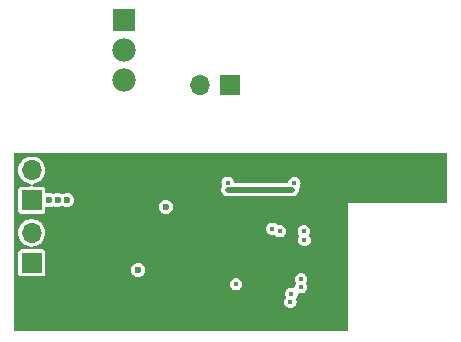
<source format=gbr>
%TF.GenerationSoftware,KiCad,Pcbnew,8.0.6-8.0.6-0~ubuntu24.04.1*%
%TF.CreationDate,2024-10-27T12:08:22+01:00*%
%TF.ProjectId,LoRa,4c6f5261-2e6b-4696-9361-645f70636258,rev?*%
%TF.SameCoordinates,Original*%
%TF.FileFunction,Copper,L3,Inr*%
%TF.FilePolarity,Positive*%
%FSLAX46Y46*%
G04 Gerber Fmt 4.6, Leading zero omitted, Abs format (unit mm)*
G04 Created by KiCad (PCBNEW 8.0.6-8.0.6-0~ubuntu24.04.1) date 2024-10-27 12:08:22*
%MOMM*%
%LPD*%
G01*
G04 APERTURE LIST*
%TA.AperFunction,ComponentPad*%
%ADD10R,1.700000X1.700000*%
%TD*%
%TA.AperFunction,ComponentPad*%
%ADD11O,1.700000X1.700000*%
%TD*%
%TA.AperFunction,ComponentPad*%
%ADD12R,1.980000X1.980000*%
%TD*%
%TA.AperFunction,ComponentPad*%
%ADD13C,1.980000*%
%TD*%
%TA.AperFunction,ViaPad*%
%ADD14C,0.600000*%
%TD*%
%TA.AperFunction,ViaPad*%
%ADD15C,0.450000*%
%TD*%
%TA.AperFunction,Conductor*%
%ADD16C,0.500000*%
%TD*%
G04 APERTURE END LIST*
D10*
%TO.N,+5V*%
%TO.C,J1*%
X98700000Y-73775000D03*
D11*
%TO.N,GND*%
X98700000Y-71235000D03*
%TD*%
D10*
%TO.N,I2C_SDA*%
%TO.C,J3*%
X115500000Y-64000000D03*
D11*
%TO.N,I2C_SDL*%
X112960000Y-64000000D03*
%TD*%
D10*
%TO.N,UART0_TX*%
%TO.C,J2*%
X98700000Y-79075000D03*
D11*
%TO.N,UART0_RX*%
X98700000Y-76535000D03*
%TD*%
D12*
%TO.N,Net-(IC5-ADJ{slash}GND)*%
%TO.C,IC5*%
X106500000Y-58500000D03*
D13*
%TO.N,+3.3V*%
X106500000Y-61050000D03*
%TO.N,+5V*%
X106500000Y-63600000D03*
%TD*%
D14*
%TO.N,+3.3V*%
X113000000Y-70900000D03*
X133100000Y-72100000D03*
D15*
X106259670Y-83895738D03*
D14*
X133100000Y-70600000D03*
X111850000Y-72300000D03*
D15*
X106675000Y-84500000D03*
X102400000Y-77700000D03*
X103667500Y-82932500D03*
D14*
X111850000Y-72300000D03*
X133100000Y-71299997D03*
D15*
X103600000Y-81500000D03*
X102400000Y-76600000D03*
D14*
X113000000Y-70200000D03*
D15*
X103600000Y-82200000D03*
X103100000Y-77162500D03*
X106100000Y-84500000D03*
X102700000Y-77162500D03*
D14*
X133100000Y-72900000D03*
X111812500Y-70650000D03*
D15*
X103600000Y-76950000D03*
D14*
X112000000Y-79400000D03*
D15*
X102900000Y-76600000D03*
D14*
%TO.N,+5V*%
X101700000Y-73775000D03*
X100200000Y-73775000D03*
X100900000Y-73775000D03*
%TO.N,GND*%
X107712500Y-79700000D03*
D15*
%TO.N,Net-(IC1-DCC_FB)*%
X119700000Y-76400000D03*
X116000000Y-80900000D03*
%TO.N,+2V85*%
X115300000Y-72300000D03*
X115300000Y-72900000D03*
X120750002Y-72906694D03*
X120950000Y-72362500D03*
%TO.N,CRX*%
X121800000Y-77150000D03*
%TO.N,CTX*%
X121750000Y-76400000D03*
D14*
X110050000Y-74350000D03*
D15*
%TO.N,SX_MOSI*%
X120700000Y-81700000D03*
%TO.N,SX_MISO*%
X120600000Y-82400000D03*
%TO.N,SX_CS*%
X121500000Y-80450000D03*
%TO.N,SX_SCK*%
X121500000Y-81150000D03*
%TO.N,SX_NRES*%
X119081062Y-76201458D03*
%TD*%
D16*
%TO.N,+2V85*%
X120750002Y-72906694D02*
X120743308Y-72900000D01*
X120743308Y-72900000D02*
X115300000Y-72900000D01*
%TD*%
%TA.AperFunction,Conductor*%
%TO.N,+3.3V*%
G36*
X133843039Y-69770185D02*
G01*
X133888794Y-69822989D01*
X133900000Y-69874500D01*
X133900000Y-73876000D01*
X133880315Y-73943039D01*
X133827511Y-73988794D01*
X133776000Y-74000000D01*
X125500000Y-74000000D01*
X125500000Y-84725500D01*
X125480315Y-84792539D01*
X125427511Y-84838294D01*
X125376000Y-84849500D01*
X97324500Y-84849500D01*
X97257461Y-84829815D01*
X97211706Y-84777011D01*
X97200500Y-84725500D01*
X97200500Y-82399999D01*
X120069965Y-82399999D01*
X120069965Y-82400000D01*
X120088026Y-82537181D01*
X120088027Y-82537186D01*
X120140974Y-82665015D01*
X120140975Y-82665017D01*
X120140976Y-82665018D01*
X120225209Y-82774791D01*
X120334982Y-82859024D01*
X120462817Y-82911974D01*
X120585702Y-82928152D01*
X120599999Y-82930035D01*
X120600000Y-82930035D01*
X120600001Y-82930035D01*
X120612947Y-82928330D01*
X120737183Y-82911974D01*
X120865018Y-82859024D01*
X120974791Y-82774791D01*
X121059024Y-82665018D01*
X121111974Y-82537183D01*
X121130035Y-82400000D01*
X121111974Y-82262817D01*
X121075756Y-82175378D01*
X121068287Y-82105909D01*
X121091940Y-82052442D01*
X121159024Y-81965018D01*
X121211974Y-81837183D01*
X121221033Y-81768374D01*
X121249298Y-81704481D01*
X121307622Y-81666009D01*
X121360157Y-81661623D01*
X121362814Y-81661972D01*
X121362817Y-81661974D01*
X121500000Y-81680035D01*
X121500001Y-81680035D01*
X121512947Y-81678330D01*
X121637183Y-81661974D01*
X121765018Y-81609024D01*
X121874791Y-81524791D01*
X121959024Y-81415018D01*
X122011974Y-81287183D01*
X122030035Y-81150000D01*
X122011974Y-81012817D01*
X121992412Y-80965591D01*
X121959025Y-80884984D01*
X121959024Y-80884983D01*
X121951736Y-80875485D01*
X121926543Y-80810316D01*
X121940582Y-80741871D01*
X121951741Y-80724509D01*
X121959024Y-80715018D01*
X122011974Y-80587183D01*
X122030035Y-80450000D01*
X122011974Y-80312817D01*
X121959024Y-80184983D01*
X121874791Y-80075209D01*
X121874789Y-80075208D01*
X121874789Y-80075207D01*
X121808220Y-80024127D01*
X121765018Y-79990976D01*
X121765017Y-79990975D01*
X121765015Y-79990974D01*
X121637186Y-79938027D01*
X121637184Y-79938026D01*
X121637183Y-79938026D01*
X121545727Y-79925985D01*
X121500001Y-79919965D01*
X121499999Y-79919965D01*
X121431408Y-79928995D01*
X121362817Y-79938026D01*
X121362816Y-79938026D01*
X121362813Y-79938027D01*
X121234985Y-79990974D01*
X121125209Y-80075209D01*
X121040974Y-80184985D01*
X120988027Y-80312813D01*
X120988026Y-80312816D01*
X120988026Y-80312817D01*
X120969965Y-80450000D01*
X120979866Y-80525207D01*
X120988026Y-80587181D01*
X120988027Y-80587186D01*
X121040975Y-80715016D01*
X121040978Y-80715022D01*
X121048263Y-80724516D01*
X121073456Y-80789685D01*
X121059417Y-80858130D01*
X121048266Y-80875482D01*
X121040974Y-80884984D01*
X120988027Y-81012813D01*
X120988026Y-81012818D01*
X120978967Y-81081623D01*
X120950700Y-81145520D01*
X120892375Y-81183990D01*
X120839842Y-81188376D01*
X120700001Y-81169965D01*
X120699999Y-81169965D01*
X120631408Y-81178995D01*
X120562817Y-81188026D01*
X120562816Y-81188026D01*
X120562813Y-81188027D01*
X120434985Y-81240974D01*
X120325209Y-81325209D01*
X120240974Y-81434985D01*
X120188027Y-81562813D01*
X120188026Y-81562818D01*
X120172594Y-81680035D01*
X120169965Y-81700000D01*
X120188026Y-81837183D01*
X120214325Y-81900676D01*
X120224244Y-81924623D01*
X120231712Y-81994092D01*
X120208058Y-82047560D01*
X120140976Y-82134982D01*
X120140974Y-82134984D01*
X120088027Y-82262813D01*
X120088026Y-82262818D01*
X120069965Y-82399999D01*
X97200500Y-82399999D01*
X97200500Y-80899999D01*
X115469965Y-80899999D01*
X115469965Y-80900000D01*
X115488026Y-81037181D01*
X115488027Y-81037186D01*
X115540974Y-81165015D01*
X115540975Y-81165017D01*
X115540976Y-81165018D01*
X115625209Y-81274791D01*
X115734982Y-81359024D01*
X115862817Y-81411974D01*
X115985702Y-81428152D01*
X115999999Y-81430035D01*
X116000000Y-81430035D01*
X116000001Y-81430035D01*
X116012947Y-81428330D01*
X116137183Y-81411974D01*
X116265018Y-81359024D01*
X116374791Y-81274791D01*
X116459024Y-81165018D01*
X116511974Y-81037183D01*
X116530035Y-80900000D01*
X116511974Y-80762817D01*
X116459024Y-80634983D01*
X116374791Y-80525209D01*
X116374789Y-80525208D01*
X116374789Y-80525207D01*
X116265015Y-80440974D01*
X116137186Y-80388027D01*
X116137184Y-80388026D01*
X116137183Y-80388026D01*
X116045727Y-80375985D01*
X116000001Y-80369965D01*
X115999999Y-80369965D01*
X115931408Y-80378995D01*
X115862817Y-80388026D01*
X115862816Y-80388026D01*
X115862813Y-80388027D01*
X115734985Y-80440974D01*
X115625209Y-80525209D01*
X115540974Y-80634985D01*
X115488027Y-80762813D01*
X115488026Y-80762816D01*
X115488026Y-80762817D01*
X115478995Y-80831408D01*
X115469965Y-80899999D01*
X97200500Y-80899999D01*
X97200500Y-76535000D01*
X97544571Y-76535000D01*
X97564244Y-76747310D01*
X97611095Y-76911973D01*
X97622596Y-76952392D01*
X97622596Y-76952394D01*
X97717632Y-77143253D01*
X97846127Y-77313406D01*
X97846128Y-77313407D01*
X98003698Y-77457052D01*
X98184981Y-77569298D01*
X98383802Y-77646321D01*
X98556544Y-77678612D01*
X98618823Y-77710279D01*
X98654096Y-77770591D01*
X98651162Y-77840400D01*
X98610953Y-77897540D01*
X98546235Y-77923871D01*
X98533757Y-77924500D01*
X97805143Y-77924500D01*
X97805117Y-77924502D01*
X97780012Y-77927413D01*
X97780008Y-77927415D01*
X97677235Y-77972793D01*
X97597794Y-78052234D01*
X97552415Y-78155006D01*
X97552415Y-78155008D01*
X97549500Y-78180131D01*
X97549500Y-79969856D01*
X97549502Y-79969882D01*
X97552413Y-79994987D01*
X97552415Y-79994991D01*
X97597793Y-80097764D01*
X97597794Y-80097765D01*
X97677235Y-80177206D01*
X97780009Y-80222585D01*
X97805135Y-80225500D01*
X99594864Y-80225499D01*
X99594879Y-80225497D01*
X99594882Y-80225497D01*
X99619987Y-80222586D01*
X99619988Y-80222585D01*
X99619991Y-80222585D01*
X99722765Y-80177206D01*
X99802206Y-80097765D01*
X99847585Y-79994991D01*
X99850500Y-79969865D01*
X99850500Y-79699998D01*
X107106818Y-79699998D01*
X107106818Y-79700001D01*
X107127455Y-79856760D01*
X107127456Y-79856762D01*
X107183048Y-79990974D01*
X107187964Y-80002841D01*
X107284218Y-80128282D01*
X107409659Y-80224536D01*
X107555738Y-80285044D01*
X107634119Y-80295363D01*
X107712499Y-80305682D01*
X107712500Y-80305682D01*
X107712501Y-80305682D01*
X107764754Y-80298802D01*
X107869262Y-80285044D01*
X108015341Y-80224536D01*
X108140782Y-80128282D01*
X108237036Y-80002841D01*
X108297544Y-79856762D01*
X108318182Y-79700000D01*
X108297544Y-79543238D01*
X108237036Y-79397159D01*
X108140782Y-79271718D01*
X108015341Y-79175464D01*
X107869262Y-79114956D01*
X107869260Y-79114955D01*
X107712501Y-79094318D01*
X107712499Y-79094318D01*
X107555739Y-79114955D01*
X107555737Y-79114956D01*
X107409660Y-79175463D01*
X107284218Y-79271718D01*
X107187963Y-79397160D01*
X107127456Y-79543237D01*
X107127455Y-79543239D01*
X107106818Y-79699998D01*
X99850500Y-79699998D01*
X99850499Y-78180136D01*
X99850497Y-78180117D01*
X99847586Y-78155012D01*
X99847585Y-78155010D01*
X99847585Y-78155009D01*
X99802206Y-78052235D01*
X99722765Y-77972794D01*
X99722763Y-77972793D01*
X99619992Y-77927415D01*
X99594868Y-77924500D01*
X98866243Y-77924500D01*
X98799204Y-77904815D01*
X98753449Y-77852011D01*
X98743505Y-77782853D01*
X98772530Y-77719297D01*
X98831308Y-77681523D01*
X98843441Y-77678614D01*
X99016198Y-77646321D01*
X99215019Y-77569298D01*
X99396302Y-77457052D01*
X99553872Y-77313407D01*
X99682366Y-77143255D01*
X99682367Y-77143253D01*
X99777403Y-76952394D01*
X99777403Y-76952393D01*
X99777405Y-76952389D01*
X99835756Y-76747310D01*
X99855429Y-76535000D01*
X99835756Y-76322690D01*
X99801262Y-76201458D01*
X118551027Y-76201458D01*
X118559105Y-76262818D01*
X118569088Y-76338639D01*
X118569089Y-76338644D01*
X118622036Y-76466473D01*
X118622037Y-76466475D01*
X118622038Y-76466476D01*
X118706271Y-76576249D01*
X118816044Y-76660482D01*
X118943879Y-76713432D01*
X119066764Y-76729610D01*
X119081061Y-76731493D01*
X119081062Y-76731493D01*
X119081063Y-76731493D01*
X119119890Y-76726381D01*
X119201653Y-76715616D01*
X119270687Y-76726381D01*
X119316214Y-76763069D01*
X119325209Y-76774791D01*
X119434982Y-76859024D01*
X119562817Y-76911974D01*
X119685702Y-76928152D01*
X119699999Y-76930035D01*
X119700000Y-76930035D01*
X119700001Y-76930035D01*
X119712947Y-76928330D01*
X119837183Y-76911974D01*
X119965018Y-76859024D01*
X120074791Y-76774791D01*
X120159024Y-76665018D01*
X120211974Y-76537183D01*
X120230035Y-76400000D01*
X121219965Y-76400000D01*
X121237738Y-76534999D01*
X121238026Y-76537181D01*
X121238027Y-76537186D01*
X121290975Y-76665016D01*
X121290976Y-76665019D01*
X121342445Y-76732093D01*
X121367640Y-76797262D01*
X121353602Y-76865707D01*
X121342450Y-76883061D01*
X121340976Y-76884981D01*
X121340975Y-76884982D01*
X121288027Y-77012813D01*
X121288026Y-77012818D01*
X121269965Y-77149999D01*
X121269965Y-77150000D01*
X121288026Y-77287181D01*
X121288027Y-77287186D01*
X121340974Y-77415015D01*
X121340975Y-77415017D01*
X121340976Y-77415018D01*
X121425209Y-77524791D01*
X121534982Y-77609024D01*
X121662817Y-77661974D01*
X121785702Y-77678152D01*
X121799999Y-77680035D01*
X121800000Y-77680035D01*
X121800001Y-77680035D01*
X121812947Y-77678330D01*
X121937183Y-77661974D01*
X122065018Y-77609024D01*
X122174791Y-77524791D01*
X122259024Y-77415018D01*
X122311974Y-77287183D01*
X122330035Y-77150000D01*
X122311974Y-77012817D01*
X122286946Y-76952394D01*
X122259025Y-76884984D01*
X122259023Y-76884982D01*
X122244233Y-76865707D01*
X122207553Y-76817905D01*
X122182359Y-76752738D01*
X122196397Y-76684293D01*
X122207557Y-76666929D01*
X122209024Y-76665018D01*
X122261974Y-76537183D01*
X122280035Y-76400000D01*
X122261974Y-76262817D01*
X122209024Y-76134983D01*
X122124791Y-76025209D01*
X122124789Y-76025208D01*
X122124789Y-76025207D01*
X122015015Y-75940974D01*
X121887186Y-75888027D01*
X121887184Y-75888026D01*
X121887183Y-75888026D01*
X121788813Y-75875075D01*
X121750001Y-75869965D01*
X121749999Y-75869965D01*
X121681408Y-75878995D01*
X121612817Y-75888026D01*
X121612816Y-75888026D01*
X121612813Y-75888027D01*
X121484985Y-75940974D01*
X121375209Y-76025209D01*
X121290974Y-76134985D01*
X121238027Y-76262813D01*
X121238026Y-76262816D01*
X121238026Y-76262817D01*
X121219965Y-76400000D01*
X120230035Y-76400000D01*
X120211974Y-76262817D01*
X120159024Y-76134983D01*
X120074791Y-76025209D01*
X120074789Y-76025208D01*
X120074789Y-76025207D01*
X119965015Y-75940974D01*
X119837186Y-75888027D01*
X119837184Y-75888026D01*
X119837183Y-75888026D01*
X119738813Y-75875075D01*
X119700001Y-75869965D01*
X119699998Y-75869965D01*
X119579408Y-75885841D01*
X119510373Y-75875075D01*
X119464848Y-75838390D01*
X119455853Y-75826667D01*
X119346080Y-75742434D01*
X119346079Y-75742433D01*
X119346077Y-75742432D01*
X119218248Y-75689485D01*
X119218246Y-75689484D01*
X119218245Y-75689484D01*
X119126789Y-75677443D01*
X119081063Y-75671423D01*
X119081061Y-75671423D01*
X119012470Y-75680453D01*
X118943879Y-75689484D01*
X118943878Y-75689484D01*
X118943875Y-75689485D01*
X118816047Y-75742432D01*
X118706271Y-75826667D01*
X118622036Y-75936443D01*
X118569089Y-76064271D01*
X118569088Y-76064274D01*
X118569088Y-76064275D01*
X118551027Y-76201458D01*
X99801262Y-76201458D01*
X99777405Y-76117611D01*
X99777403Y-76117606D01*
X99777403Y-76117605D01*
X99682367Y-75926746D01*
X99553872Y-75756593D01*
X99538338Y-75742432D01*
X99396302Y-75612948D01*
X99215019Y-75500702D01*
X99215017Y-75500701D01*
X99115608Y-75462190D01*
X99016198Y-75423679D01*
X98806610Y-75384500D01*
X98593390Y-75384500D01*
X98383802Y-75423679D01*
X98383799Y-75423679D01*
X98383799Y-75423680D01*
X98184982Y-75500701D01*
X98184980Y-75500702D01*
X98003699Y-75612947D01*
X97846127Y-75756593D01*
X97717632Y-75926746D01*
X97622596Y-76117605D01*
X97622596Y-76117607D01*
X97564244Y-76322689D01*
X97550921Y-76466476D01*
X97544571Y-76535000D01*
X97200500Y-76535000D01*
X97200500Y-71234999D01*
X97544571Y-71234999D01*
X97544571Y-71235000D01*
X97564244Y-71447310D01*
X97622596Y-71652392D01*
X97622596Y-71652394D01*
X97717632Y-71843253D01*
X97846127Y-72013406D01*
X97846128Y-72013407D01*
X98003698Y-72157052D01*
X98184981Y-72269298D01*
X98383802Y-72346321D01*
X98556544Y-72378612D01*
X98618823Y-72410279D01*
X98654096Y-72470591D01*
X98651162Y-72540400D01*
X98610953Y-72597540D01*
X98546235Y-72623871D01*
X98533757Y-72624500D01*
X97805143Y-72624500D01*
X97805117Y-72624502D01*
X97780012Y-72627413D01*
X97780008Y-72627415D01*
X97677235Y-72672793D01*
X97597794Y-72752234D01*
X97552415Y-72855006D01*
X97552415Y-72855008D01*
X97549500Y-72880131D01*
X97549500Y-74669856D01*
X97549502Y-74669882D01*
X97552413Y-74694987D01*
X97552415Y-74694991D01*
X97597793Y-74797764D01*
X97597794Y-74797765D01*
X97677235Y-74877206D01*
X97780009Y-74922585D01*
X97805135Y-74925500D01*
X99594864Y-74925499D01*
X99594879Y-74925497D01*
X99594882Y-74925497D01*
X99619987Y-74922586D01*
X99619988Y-74922585D01*
X99619991Y-74922585D01*
X99722765Y-74877206D01*
X99802206Y-74797765D01*
X99847585Y-74694991D01*
X99850500Y-74669865D01*
X99850499Y-74465786D01*
X99870183Y-74398748D01*
X99922987Y-74352993D01*
X99992145Y-74343049D01*
X100021947Y-74351225D01*
X100043238Y-74360044D01*
X100121619Y-74370363D01*
X100199999Y-74380682D01*
X100200000Y-74380682D01*
X100200001Y-74380682D01*
X100252254Y-74373802D01*
X100356762Y-74360044D01*
X100436048Y-74327202D01*
X100502548Y-74299658D01*
X100572017Y-74292189D01*
X100597452Y-74299658D01*
X100692104Y-74338863D01*
X100743238Y-74360044D01*
X100821619Y-74370363D01*
X100899999Y-74380682D01*
X100900000Y-74380682D01*
X100900001Y-74380682D01*
X100952254Y-74373802D01*
X101056762Y-74360044D01*
X101202841Y-74299536D01*
X101224515Y-74282904D01*
X101289681Y-74257711D01*
X101358126Y-74271748D01*
X101375478Y-74282899D01*
X101397159Y-74299536D01*
X101397162Y-74299537D01*
X101397163Y-74299538D01*
X101470198Y-74329790D01*
X101543238Y-74360044D01*
X101621619Y-74370363D01*
X101699999Y-74380682D01*
X101700000Y-74380682D01*
X101700001Y-74380682D01*
X101752254Y-74373802D01*
X101856762Y-74360044D01*
X101881015Y-74349998D01*
X109444318Y-74349998D01*
X109444318Y-74350001D01*
X109464955Y-74506760D01*
X109464956Y-74506762D01*
X109525464Y-74652841D01*
X109621718Y-74778282D01*
X109747159Y-74874536D01*
X109893238Y-74935044D01*
X109971619Y-74945363D01*
X110049999Y-74955682D01*
X110050000Y-74955682D01*
X110050001Y-74955682D01*
X110102254Y-74948802D01*
X110206762Y-74935044D01*
X110352841Y-74874536D01*
X110478282Y-74778282D01*
X110574536Y-74652841D01*
X110635044Y-74506762D01*
X110655288Y-74352993D01*
X110655682Y-74350001D01*
X110655682Y-74349998D01*
X110635044Y-74193239D01*
X110635044Y-74193238D01*
X110574536Y-74047159D01*
X110478282Y-73921718D01*
X110352841Y-73825464D01*
X110231005Y-73774998D01*
X110206762Y-73764956D01*
X110206760Y-73764955D01*
X110050001Y-73744318D01*
X110049999Y-73744318D01*
X109893239Y-73764955D01*
X109893237Y-73764956D01*
X109747160Y-73825463D01*
X109621718Y-73921718D01*
X109525463Y-74047160D01*
X109464956Y-74193237D01*
X109464955Y-74193239D01*
X109444318Y-74349998D01*
X101881015Y-74349998D01*
X102002841Y-74299536D01*
X102128282Y-74203282D01*
X102224536Y-74077841D01*
X102285044Y-73931762D01*
X102305682Y-73775000D01*
X102285044Y-73618238D01*
X102224536Y-73472159D01*
X102128282Y-73346718D01*
X102002841Y-73250464D01*
X102002546Y-73250342D01*
X101856762Y-73189956D01*
X101856760Y-73189955D01*
X101700001Y-73169318D01*
X101699999Y-73169318D01*
X101543239Y-73189955D01*
X101543237Y-73189956D01*
X101397158Y-73250464D01*
X101375484Y-73267095D01*
X101310314Y-73292287D01*
X101241870Y-73278247D01*
X101224516Y-73267095D01*
X101202841Y-73250464D01*
X101056762Y-73189956D01*
X101056760Y-73189955D01*
X100900001Y-73169318D01*
X100899999Y-73169318D01*
X100743239Y-73189955D01*
X100743234Y-73189957D01*
X100597452Y-73250342D01*
X100527983Y-73257811D01*
X100502548Y-73250342D01*
X100356765Y-73189957D01*
X100356760Y-73189955D01*
X100200001Y-73169318D01*
X100199999Y-73169318D01*
X100043239Y-73189955D01*
X100043234Y-73189957D01*
X100021951Y-73198773D01*
X99952481Y-73206242D01*
X99890002Y-73174966D01*
X99854351Y-73114877D01*
X99850499Y-73084212D01*
X99850499Y-72880143D01*
X99850499Y-72880136D01*
X99850497Y-72880117D01*
X99847586Y-72855012D01*
X99847585Y-72855010D01*
X99847585Y-72855009D01*
X99835450Y-72827525D01*
X114749500Y-72827525D01*
X114749500Y-72972475D01*
X114787016Y-73112485D01*
X114787017Y-73112488D01*
X114859488Y-73238011D01*
X114859490Y-73238013D01*
X114859491Y-73238015D01*
X114961985Y-73340509D01*
X114961986Y-73340510D01*
X114961988Y-73340511D01*
X115087511Y-73412982D01*
X115087512Y-73412982D01*
X115087515Y-73412984D01*
X115227525Y-73450500D01*
X120636221Y-73450500D01*
X120668313Y-73454725D01*
X120670951Y-73455431D01*
X120677528Y-73457194D01*
X120677530Y-73457194D01*
X120822473Y-73457194D01*
X120822476Y-73457194D01*
X120962487Y-73419678D01*
X121088017Y-73347204D01*
X121190512Y-73244709D01*
X121262986Y-73119179D01*
X121300502Y-72979168D01*
X121300502Y-72834220D01*
X121300500Y-72834214D01*
X121299871Y-72829437D01*
X121310631Y-72760401D01*
X121324434Y-72737753D01*
X121324784Y-72737295D01*
X121324791Y-72737291D01*
X121409024Y-72627518D01*
X121461974Y-72499683D01*
X121480035Y-72362500D01*
X121461974Y-72225317D01*
X121409024Y-72097483D01*
X121324791Y-71987709D01*
X121324789Y-71987708D01*
X121324789Y-71987707D01*
X121258220Y-71936627D01*
X121215018Y-71903476D01*
X121215017Y-71903475D01*
X121215015Y-71903474D01*
X121087186Y-71850527D01*
X121087184Y-71850526D01*
X121087183Y-71850526D01*
X120995727Y-71838485D01*
X120950001Y-71832465D01*
X120949999Y-71832465D01*
X120885370Y-71840974D01*
X120812817Y-71850526D01*
X120812816Y-71850526D01*
X120812813Y-71850527D01*
X120684985Y-71903474D01*
X120575209Y-71987709D01*
X120490974Y-72097485D01*
X120438027Y-72225313D01*
X120438026Y-72225317D01*
X120435871Y-72241687D01*
X120407604Y-72305583D01*
X120349279Y-72344053D01*
X120312932Y-72349500D01*
X115945297Y-72349500D01*
X115878258Y-72329815D01*
X115832503Y-72277011D01*
X115822358Y-72241687D01*
X115820142Y-72224861D01*
X115811974Y-72162817D01*
X115759024Y-72034983D01*
X115674791Y-71925209D01*
X115674789Y-71925208D01*
X115674789Y-71925207D01*
X115577465Y-71850527D01*
X115565018Y-71840976D01*
X115565017Y-71840975D01*
X115565015Y-71840974D01*
X115437186Y-71788027D01*
X115437184Y-71788026D01*
X115437183Y-71788026D01*
X115345727Y-71775985D01*
X115300001Y-71769965D01*
X115299999Y-71769965D01*
X115231408Y-71778995D01*
X115162817Y-71788026D01*
X115162816Y-71788026D01*
X115162813Y-71788027D01*
X115034985Y-71840974D01*
X114925209Y-71925209D01*
X114840974Y-72034985D01*
X114788027Y-72162813D01*
X114788026Y-72162816D01*
X114788026Y-72162817D01*
X114769965Y-72300000D01*
X114778193Y-72362499D01*
X114788026Y-72437181D01*
X114788026Y-72437182D01*
X114824578Y-72525430D01*
X114832045Y-72594899D01*
X114817404Y-72634879D01*
X114787018Y-72687510D01*
X114787016Y-72687513D01*
X114769674Y-72752234D01*
X114749500Y-72827525D01*
X99835450Y-72827525D01*
X99802206Y-72752235D01*
X99722765Y-72672794D01*
X99722763Y-72672793D01*
X99619992Y-72627415D01*
X99594868Y-72624500D01*
X98866243Y-72624500D01*
X98799204Y-72604815D01*
X98753449Y-72552011D01*
X98743505Y-72482853D01*
X98772530Y-72419297D01*
X98831308Y-72381523D01*
X98843441Y-72378614D01*
X99016198Y-72346321D01*
X99215019Y-72269298D01*
X99396302Y-72157052D01*
X99553872Y-72013407D01*
X99682366Y-71843255D01*
X99709866Y-71788027D01*
X99777403Y-71652394D01*
X99777403Y-71652393D01*
X99777405Y-71652389D01*
X99835756Y-71447310D01*
X99855429Y-71235000D01*
X99835756Y-71022690D01*
X99777405Y-70817611D01*
X99777403Y-70817606D01*
X99777403Y-70817605D01*
X99682367Y-70626746D01*
X99553872Y-70456593D01*
X99396302Y-70312948D01*
X99215019Y-70200702D01*
X99215017Y-70200701D01*
X99115608Y-70162190D01*
X99016198Y-70123679D01*
X98806610Y-70084500D01*
X98593390Y-70084500D01*
X98383802Y-70123679D01*
X98383799Y-70123679D01*
X98383799Y-70123680D01*
X98184982Y-70200701D01*
X98184980Y-70200702D01*
X98003699Y-70312947D01*
X97846127Y-70456593D01*
X97717632Y-70626746D01*
X97622596Y-70817605D01*
X97622596Y-70817607D01*
X97564244Y-71022689D01*
X97544571Y-71234999D01*
X97200500Y-71234999D01*
X97200500Y-69874500D01*
X97220185Y-69807461D01*
X97272989Y-69761706D01*
X97324500Y-69750500D01*
X133776000Y-69750500D01*
X133843039Y-69770185D01*
G37*
%TD.AperFunction*%
%TD*%
M02*

</source>
